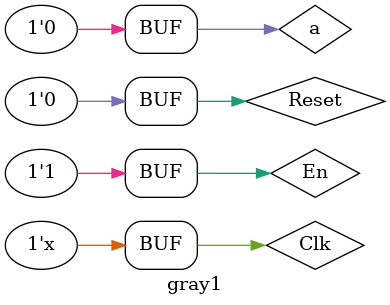
<source format=v>
`timescale 1ns / 1ps


module gray1;

	// Inputs
	reg Clk;
	reg Reset;
	reg En;

	// Outputs
	wire [2:0] Output;
	wire Overflow;

	// Instantiate the Unit Under Test (UUT)
	gray uut (
		.Clk(Clk), 
		.Reset(Reset), 
		.En(En), 
		.Output(Output), 
		.Overflow(Overflow)
	);
		reg a;

	initial begin
		// Initialize Inputs
		Clk = 0;
		Reset = 0;
		En = 0;
		a=0;
		// Wait 100 ns for global reset to finish
		#100;
		En=1;
      end 
		// Add stimulus here
		
      always #5 Clk=~Clk;
		
endmodule


</source>
